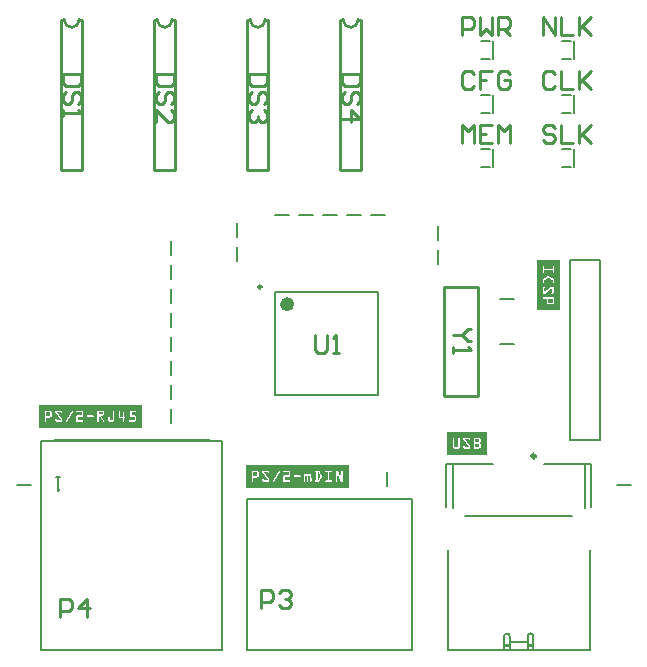
<source format=gto>
%FSAX24Y24*%
%MOIN*%
G70*
G01*
G75*
G04 Layer_Color=65535*
%ADD10R,0.0472X0.0551*%
%ADD11R,0.0551X0.0472*%
%ADD12O,0.0217X0.0689*%
%ADD13O,0.0689X0.0217*%
%ADD14R,0.0433X0.0669*%
%ADD15C,0.0150*%
%ADD16C,0.0100*%
%ADD17C,0.0200*%
%ADD18C,0.0472*%
%ADD19C,0.1181*%
%ADD20C,0.0669*%
%ADD21C,0.1378*%
%ADD22C,0.0630*%
%ADD23R,0.0600X0.0600*%
%ADD24C,0.0600*%
%ADD25R,0.0591X0.0591*%
%ADD26C,0.0591*%
%ADD27C,0.0394*%
%ADD28C,0.0551*%
%ADD29C,0.0500*%
%ADD30R,0.0236X0.0453*%
%ADD31C,0.0118*%
%ADD32C,0.0079*%
%ADD33C,0.0236*%
%ADD34C,0.0098*%
%ADD35C,0.0050*%
G36*
X033344Y028900D02*
X029900D01*
Y029676D01*
X033344D01*
Y028900D01*
D02*
G37*
G36*
X047276Y032811D02*
X046500D01*
Y034500D01*
X047276D01*
Y032811D01*
D02*
G37*
G36*
X044840Y028000D02*
X043500D01*
Y028776D01*
X044840D01*
Y028000D01*
D02*
G37*
G36*
X040238Y026900D02*
X036800D01*
Y027676D01*
X040238D01*
Y026900D01*
D02*
G37*
%LPC*%
G36*
X039666Y027476D02*
X039473D01*
X039469Y027475D01*
X039466Y027474D01*
X039461Y027472D01*
X039457Y027469D01*
X039456Y027469D01*
X039456Y027468D01*
X039453Y027465D01*
X039452Y027462D01*
X039450Y027457D01*
Y027455D01*
X039449Y027453D01*
Y027452D01*
Y027451D01*
X039450Y027447D01*
X039451Y027445D01*
X039453Y027439D01*
X039455Y027436D01*
X039456Y027435D01*
Y027435D01*
X039459Y027432D01*
X039462Y027431D01*
X039467Y027429D01*
X039469Y027428D01*
X039471Y027428D01*
X039545D01*
Y027147D01*
X039469D01*
X039466Y027146D01*
X039461Y027144D01*
X039457Y027142D01*
X039456Y027141D01*
X039456Y027140D01*
X039453Y027137D01*
X039452Y027135D01*
X039450Y027129D01*
Y027127D01*
X039449Y027125D01*
Y027124D01*
Y027123D01*
X039450Y027120D01*
X039451Y027116D01*
X039453Y027111D01*
X039455Y027108D01*
X039456Y027107D01*
Y027106D01*
X039459Y027104D01*
X039462Y027103D01*
X039467Y027101D01*
X039469D01*
X039471Y027100D01*
X039665D01*
X039668Y027101D01*
X039671Y027101D01*
X039676Y027104D01*
X039680Y027105D01*
X039680Y027106D01*
X039681D01*
X039683Y027109D01*
X039686Y027112D01*
X039687Y027118D01*
X039688Y027120D01*
X039689Y027122D01*
Y027123D01*
Y027123D01*
Y027127D01*
X039687Y027130D01*
X039685Y027136D01*
X039683Y027139D01*
X039682Y027140D01*
X039682Y027140D01*
X039679Y027143D01*
X039676Y027144D01*
X039671Y027147D01*
X039668D01*
X039666Y027147D01*
X039593D01*
Y027428D01*
X039665D01*
X039668Y027428D01*
X039671Y027429D01*
X039676Y027431D01*
X039680Y027433D01*
X039680Y027435D01*
X039681D01*
X039683Y027438D01*
X039686Y027440D01*
X039687Y027446D01*
X039688Y027448D01*
X039689Y027450D01*
Y027451D01*
Y027452D01*
X039688Y027455D01*
X039687Y027458D01*
X039685Y027463D01*
X039682Y027467D01*
X039682Y027467D01*
X039681Y027468D01*
X039678Y027470D01*
X039676Y027473D01*
X039671Y027474D01*
X039668Y027475D01*
X039666Y027476D01*
D02*
G37*
G36*
X039219D02*
X039122D01*
X039118Y027475D01*
X039115Y027474D01*
X039110Y027472D01*
X039106Y027469D01*
X039105Y027469D01*
X039105Y027468D01*
X039102Y027465D01*
X039101Y027463D01*
X039099Y027457D01*
Y027455D01*
X039098Y027453D01*
Y027452D01*
Y027452D01*
X039099Y027448D01*
X039100Y027445D01*
X039102Y027439D01*
X039104Y027436D01*
X039105Y027435D01*
Y027435D01*
X039108Y027432D01*
X039111Y027431D01*
X039117Y027429D01*
X039119Y027428D01*
X039121Y027428D01*
X039147D01*
Y027148D01*
X039122D01*
X039118Y027147D01*
X039115Y027147D01*
X039110Y027144D01*
X039106Y027142D01*
X039105Y027141D01*
X039105Y027140D01*
X039102Y027137D01*
X039101Y027135D01*
X039099Y027129D01*
Y027127D01*
X039098Y027125D01*
Y027124D01*
Y027123D01*
X039099Y027120D01*
X039100Y027117D01*
X039102Y027112D01*
X039104Y027108D01*
X039105Y027108D01*
Y027107D01*
X039108Y027105D01*
X039111Y027103D01*
X039116Y027101D01*
X039118Y027101D01*
X039120Y027100D01*
X039212D01*
X039220Y027101D01*
X039227Y027102D01*
X039234Y027104D01*
X039239Y027105D01*
X039244Y027107D01*
X039248Y027109D01*
X039250Y027110D01*
X039251Y027111D01*
X039256Y027115D01*
X039262Y027120D01*
X039266Y027125D01*
X039270Y027129D01*
X039273Y027133D01*
X039275Y027137D01*
X039276Y027139D01*
X039277Y027140D01*
X039324Y027233D01*
X039328Y027243D01*
X039332Y027253D01*
X039335Y027263D01*
X039336Y027271D01*
X039338Y027277D01*
X039338Y027283D01*
Y027286D01*
Y027287D01*
X039338Y027297D01*
X039336Y027307D01*
X039334Y027316D01*
X039332Y027324D01*
X039329Y027331D01*
X039327Y027336D01*
X039325Y027339D01*
X039325Y027340D01*
X039278Y027435D01*
X039274Y027441D01*
X039270Y027446D01*
X039266Y027452D01*
X039262Y027456D01*
X039258Y027459D01*
X039255Y027461D01*
X039253Y027463D01*
X039252Y027463D01*
X039246Y027467D01*
X039239Y027470D01*
X039233Y027472D01*
X039228Y027474D01*
X039223Y027475D01*
X039219Y027476D01*
D02*
G37*
G36*
X038244D02*
X038067D01*
X038064Y027474D01*
X038058Y027472D01*
X038055Y027470D01*
X038054Y027469D01*
X038054Y027469D01*
X038051Y027466D01*
X038050Y027463D01*
X038048Y027457D01*
Y027455D01*
X038047Y027453D01*
Y027452D01*
Y027452D01*
X038048Y027448D01*
X038048Y027445D01*
X038051Y027439D01*
X038052Y027436D01*
X038054Y027435D01*
Y027435D01*
X038057Y027432D01*
X038059Y027431D01*
X038065Y027429D01*
X038067D01*
X038069Y027428D01*
X038241D01*
Y027312D01*
X038096D01*
X038089Y027312D01*
X038083Y027310D01*
X038077Y027308D01*
X038072Y027305D01*
X038068Y027302D01*
X038065Y027300D01*
X038064Y027298D01*
X038063Y027298D01*
X038058Y027292D01*
X038055Y027287D01*
X038052Y027281D01*
X038051Y027276D01*
X038049Y027271D01*
X038049Y027267D01*
Y027265D01*
Y027264D01*
Y027100D01*
X038265D01*
X038269Y027101D01*
X038272Y027101D01*
X038277Y027104D01*
X038281Y027105D01*
X038281Y027106D01*
X038282D01*
X038284Y027109D01*
X038286Y027112D01*
X038288Y027118D01*
X038289Y027120D01*
X038289Y027122D01*
Y027123D01*
Y027123D01*
X038289Y027127D01*
X038288Y027130D01*
X038286Y027136D01*
X038283Y027139D01*
X038282Y027140D01*
X038282Y027140D01*
X038279Y027143D01*
X038276Y027144D01*
X038271Y027147D01*
X038269D01*
X038267Y027147D01*
X038096D01*
Y027264D01*
X038241D01*
X038248Y027265D01*
X038254Y027267D01*
X038260Y027268D01*
X038265Y027271D01*
X038269Y027274D01*
X038272Y027276D01*
X038274Y027277D01*
X038275Y027278D01*
X038279Y027283D01*
X038283Y027289D01*
X038286Y027295D01*
X038288Y027301D01*
X038289Y027305D01*
X038289Y027309D01*
Y027311D01*
Y027312D01*
Y027428D01*
X038289Y027435D01*
X038287Y027441D01*
X038285Y027447D01*
X038282Y027452D01*
X038279Y027456D01*
X038277Y027459D01*
X038275Y027461D01*
X038275Y027462D01*
X038269Y027466D01*
X038264Y027470D01*
X038258Y027472D01*
X038252Y027474D01*
X038248Y027475D01*
X038244Y027476D01*
D02*
G37*
G36*
X040016D02*
X040015D01*
X040011Y027475D01*
X040007Y027474D01*
X040002Y027472D01*
X039999Y027469D01*
X039998Y027469D01*
X039998Y027468D01*
X039995Y027465D01*
X039993Y027462D01*
X039992Y027457D01*
X039991Y027455D01*
X039991Y027453D01*
Y027452D01*
Y027451D01*
Y027185D01*
X039861Y027476D01*
X039799D01*
Y027123D01*
X039799Y027120D01*
X039800Y027116D01*
X039802Y027111D01*
X039804Y027108D01*
X039805Y027107D01*
Y027106D01*
X039808Y027104D01*
X039811Y027103D01*
X039816Y027101D01*
X039819D01*
X039820Y027100D01*
X039822D01*
X039826Y027101D01*
X039829Y027101D01*
X039834Y027104D01*
X039838Y027105D01*
X039838Y027106D01*
X039839D01*
X039841Y027109D01*
X039843Y027112D01*
X039845Y027118D01*
Y027120D01*
X039846Y027122D01*
Y027123D01*
Y027123D01*
Y027391D01*
X039975Y027100D01*
X040038D01*
Y027451D01*
Y027455D01*
X040037Y027458D01*
X040035Y027463D01*
X040033Y027467D01*
X040032Y027467D01*
X040031Y027468D01*
X040029Y027470D01*
X040026Y027473D01*
X040020Y027474D01*
X040018Y027475D01*
X040016Y027476D01*
D02*
G37*
G36*
X037531D02*
X037403D01*
X037395Y027475D01*
X037388Y027473D01*
X037381Y027470D01*
X037376Y027467D01*
X037371Y027464D01*
X037368Y027462D01*
X037366Y027460D01*
X037365Y027459D01*
X037360Y027453D01*
X037356Y027446D01*
X037353Y027440D01*
X037351Y027434D01*
X037350Y027429D01*
X037349Y027424D01*
Y027422D01*
Y027421D01*
X037350Y027414D01*
X037351Y027407D01*
X037353Y027401D01*
X037356Y027396D01*
X037357Y027392D01*
X037360Y027388D01*
X037361Y027386D01*
X037362Y027385D01*
X037538Y027160D01*
X037541Y027157D01*
X037542Y027155D01*
X037542Y027154D01*
Y027153D01*
X037542Y027151D01*
X037541Y027150D01*
X037538Y027148D01*
X037535Y027147D01*
X037415D01*
X037410Y027148D01*
X037405Y027150D01*
X037403Y027151D01*
X037402Y027152D01*
X037399Y027156D01*
X037398Y027160D01*
X037397Y027164D01*
Y027164D01*
Y027165D01*
Y027168D01*
X037396Y027171D01*
X037394Y027177D01*
X037391Y027180D01*
X037391Y027181D01*
X037390Y027181D01*
X037387Y027184D01*
X037385Y027185D01*
X037380Y027188D01*
X037377D01*
X037376Y027188D01*
X037370D01*
X037366Y027187D01*
X037360Y027184D01*
X037355Y027180D01*
X037352Y027175D01*
X037350Y027170D01*
X037350Y027166D01*
X037349Y027163D01*
Y027162D01*
Y027161D01*
X037350Y027153D01*
X037352Y027145D01*
X037355Y027138D01*
X037359Y027132D01*
X037362Y027127D01*
X037365Y027123D01*
X037367Y027120D01*
X037368Y027119D01*
X037375Y027113D01*
X037383Y027108D01*
X037390Y027105D01*
X037397Y027102D01*
X037403Y027101D01*
X037408Y027101D01*
X037411Y027100D01*
X037541D01*
X037548Y027101D01*
X037554Y027102D01*
X037560Y027105D01*
X037565Y027108D01*
X037569Y027111D01*
X037572Y027113D01*
X037574Y027115D01*
X037575Y027116D01*
X037580Y027122D01*
X037584Y027129D01*
X037587Y027135D01*
X037589Y027141D01*
X037590Y027146D01*
X037591Y027150D01*
Y027152D01*
Y027153D01*
X037590Y027160D01*
X037589Y027167D01*
X037587Y027173D01*
X037584Y027178D01*
X037582Y027182D01*
X037580Y027185D01*
X037579Y027188D01*
X037578Y027188D01*
X037401Y027414D01*
X037399Y027416D01*
X037398Y027419D01*
X037397Y027421D01*
Y027421D01*
X037398Y027423D01*
X037398Y027425D01*
X037401Y027426D01*
X037404Y027427D01*
X037524D01*
X037528Y027426D01*
X037532Y027425D01*
X037535Y027422D01*
X037538Y027419D01*
X037540Y027416D01*
X037541Y027414D01*
X037542Y027412D01*
Y027412D01*
X037543Y027407D01*
X037545Y027402D01*
X037546Y027399D01*
X037548Y027396D01*
X037549Y027394D01*
X037550Y027392D01*
X037550Y027391D01*
X037553Y027390D01*
X037555Y027388D01*
X037561Y027387D01*
X037563D01*
X037566Y027386D01*
X037567D01*
X037570Y027387D01*
X037574Y027387D01*
X037579Y027390D01*
X037582Y027392D01*
X037583Y027393D01*
X037583D01*
X037586Y027396D01*
X037588Y027399D01*
X037590Y027404D01*
X037590Y027407D01*
X037591Y027408D01*
Y027409D01*
Y027410D01*
X037590Y027420D01*
X037588Y027429D01*
X037584Y027436D01*
X037581Y027443D01*
X037577Y027449D01*
X037574Y027453D01*
X037572Y027456D01*
X037570Y027456D01*
X037563Y027463D01*
X037555Y027467D01*
X037548Y027471D01*
X037541Y027473D01*
X037535Y027474D01*
X037531Y027476D01*
D02*
G37*
G36*
X038935Y027373D02*
X038932D01*
X038922Y027371D01*
X038912Y027369D01*
X038904Y027365D01*
X038897Y027360D01*
X038891Y027356D01*
X038886Y027352D01*
X038883Y027349D01*
X038882Y027348D01*
X038874Y027356D01*
X038867Y027362D01*
X038859Y027367D01*
X038852Y027370D01*
X038845Y027371D01*
X038840Y027372D01*
X038836Y027373D01*
X038835D01*
X038826Y027372D01*
X038818Y027370D01*
X038811Y027367D01*
X038804Y027363D01*
X038799Y027360D01*
X038795Y027357D01*
X038792Y027354D01*
X038791Y027354D01*
X038789Y027360D01*
X038785Y027365D01*
X038781Y027368D01*
X038777Y027370D01*
X038774Y027371D01*
X038770Y027373D01*
X038764D01*
X038760Y027371D01*
X038755Y027369D01*
X038751Y027367D01*
X038751Y027366D01*
X038750Y027366D01*
X038748Y027363D01*
X038747Y027360D01*
X038744Y027354D01*
Y027352D01*
X038744Y027350D01*
Y027349D01*
Y027349D01*
Y027123D01*
X038744Y027120D01*
X038745Y027117D01*
X038747Y027112D01*
X038750Y027108D01*
X038751Y027108D01*
Y027107D01*
X038754Y027105D01*
X038757Y027103D01*
X038762Y027101D01*
X038764Y027101D01*
X038766Y027100D01*
X038768D01*
X038771Y027101D01*
X038774Y027101D01*
X038780Y027104D01*
X038783Y027106D01*
X038784Y027107D01*
X038784D01*
X038787Y027110D01*
X038788Y027112D01*
X038791Y027118D01*
Y027120D01*
X038791Y027122D01*
Y027123D01*
Y027123D01*
Y027292D01*
X038825Y027321D01*
X038828Y027323D01*
X038832Y027324D01*
X038834Y027325D01*
X038835D01*
X038838Y027324D01*
X038840Y027323D01*
X038843Y027321D01*
X038844Y027319D01*
X038845Y027314D01*
Y027313D01*
Y027312D01*
Y027123D01*
X038846Y027120D01*
X038846Y027116D01*
X038849Y027111D01*
X038851Y027108D01*
X038852Y027107D01*
Y027106D01*
X038855Y027104D01*
X038857Y027103D01*
X038863Y027101D01*
X038865D01*
X038867Y027100D01*
X038868D01*
X038872Y027101D01*
X038876Y027101D01*
X038881Y027104D01*
X038884Y027105D01*
X038885Y027106D01*
X038885D01*
X038888Y027109D01*
X038890Y027112D01*
X038892Y027118D01*
Y027119D01*
X038892Y027121D01*
Y027122D01*
Y027123D01*
Y027297D01*
X038921Y027320D01*
X038924Y027323D01*
X038928Y027324D01*
X038930Y027325D01*
X038930D01*
X038933Y027324D01*
X038936Y027322D01*
X038938Y027319D01*
X038939Y027317D01*
X038940Y027314D01*
X038940Y027311D01*
Y027309D01*
Y027309D01*
X038946Y027123D01*
X038947Y027120D01*
X038947Y027117D01*
X038950Y027112D01*
X038952Y027108D01*
X038953Y027108D01*
Y027107D01*
X038956Y027105D01*
X038959Y027103D01*
X038964Y027101D01*
X038967Y027101D01*
X038969Y027100D01*
X038970D01*
X038974Y027101D01*
X038977Y027101D01*
X038982Y027104D01*
X038985Y027106D01*
X038986Y027107D01*
X038987D01*
X038989Y027110D01*
X038991Y027112D01*
X038993Y027118D01*
X038994Y027120D01*
X038994Y027122D01*
Y027123D01*
Y027123D01*
X038987Y027317D01*
X038986Y027326D01*
X038984Y027333D01*
X038981Y027340D01*
X038978Y027346D01*
X038975Y027350D01*
X038972Y027354D01*
X038970Y027356D01*
X038970Y027357D01*
X038963Y027362D01*
X038957Y027366D01*
X038950Y027369D01*
X038945Y027371D01*
X038939Y027372D01*
X038935Y027373D01*
D02*
G37*
G36*
X038617Y027314D02*
X038420D01*
X038416Y027312D01*
X038411Y027310D01*
X038408Y027308D01*
X038407Y027307D01*
X038406Y027307D01*
X038404Y027304D01*
X038403Y027301D01*
X038400Y027295D01*
Y027293D01*
X038400Y027291D01*
Y027290D01*
Y027290D01*
Y027268D01*
X038400Y027265D01*
X038401Y027261D01*
X038403Y027256D01*
X038405Y027253D01*
X038406Y027252D01*
Y027252D01*
X038409Y027249D01*
X038412Y027247D01*
X038417Y027246D01*
X038420Y027245D01*
X038422Y027245D01*
X038615D01*
X038619Y027245D01*
X038622Y027246D01*
X038627Y027248D01*
X038631Y027250D01*
X038632Y027252D01*
X038632D01*
X038634Y027254D01*
X038636Y027257D01*
X038639Y027263D01*
Y027265D01*
X038639Y027267D01*
Y027268D01*
Y027268D01*
Y027290D01*
X038639Y027293D01*
X038638Y027297D01*
X038636Y027302D01*
X038633Y027305D01*
X038632Y027307D01*
X038632D01*
X038629Y027309D01*
X038626Y027311D01*
X038620Y027313D01*
X038618D01*
X038617Y027314D01*
D02*
G37*
G36*
X043918Y028576D02*
X043916D01*
X043913Y028575D01*
X043909Y028574D01*
X043904Y028572D01*
X043901Y028569D01*
X043900Y028569D01*
X043899Y028568D01*
X043897Y028565D01*
X043896Y028562D01*
X043894Y028557D01*
Y028555D01*
X043893Y028553D01*
Y028552D01*
Y028551D01*
Y028271D01*
Y028267D01*
X043892Y028264D01*
X043890Y028259D01*
X043887Y028256D01*
X043887Y028255D01*
X043886Y028254D01*
X043883Y028252D01*
X043880Y028251D01*
X043875Y028249D01*
X043873D01*
X043871Y028248D01*
X043771D01*
X043767Y028249D01*
X043764Y028249D01*
X043759Y028251D01*
X043756Y028253D01*
X043755Y028254D01*
X043754D01*
X043752Y028257D01*
X043750Y028260D01*
X043749Y028266D01*
X043748Y028267D01*
X043747Y028269D01*
Y028270D01*
Y028271D01*
Y028552D01*
X043747Y028555D01*
X043746Y028558D01*
X043744Y028563D01*
X043741Y028567D01*
X043740Y028567D01*
X043740Y028568D01*
X043737Y028570D01*
X043735Y028573D01*
X043729Y028574D01*
X043727Y028575D01*
X043725Y028576D01*
X043723D01*
X043720Y028575D01*
X043717Y028574D01*
X043712Y028572D01*
X043708Y028569D01*
X043708Y028569D01*
X043707Y028568D01*
X043705Y028565D01*
X043703Y028562D01*
X043701Y028557D01*
X043701Y028555D01*
X043700Y028553D01*
Y028552D01*
Y028551D01*
Y028271D01*
X043701Y028260D01*
X043704Y028251D01*
X043706Y028242D01*
X043711Y028235D01*
X043714Y028229D01*
X043718Y028224D01*
X043720Y028222D01*
X043720Y028220D01*
X043729Y028213D01*
X043737Y028209D01*
X043746Y028205D01*
X043754Y028202D01*
X043761Y028201D01*
X043767Y028201D01*
X043768Y028200D01*
X043868D01*
X043879Y028201D01*
X043889Y028204D01*
X043897Y028206D01*
X043905Y028211D01*
X043911Y028215D01*
X043915Y028218D01*
X043918Y028220D01*
X043919Y028221D01*
X043926Y028229D01*
X043931Y028238D01*
X043935Y028246D01*
X043938Y028254D01*
X043939Y028261D01*
X043940Y028267D01*
X043940Y028270D01*
Y028271D01*
Y028271D01*
Y028551D01*
Y028555D01*
X043939Y028558D01*
X043937Y028563D01*
X043935Y028567D01*
X043934Y028567D01*
X043933Y028568D01*
X043930Y028570D01*
X043928Y028573D01*
X043922Y028574D01*
X043920Y028575D01*
X043918Y028576D01*
D02*
G37*
G36*
X044549D02*
X044400D01*
Y028200D01*
X044545D01*
X044552Y028201D01*
X044559Y028201D01*
X044572Y028205D01*
X044583Y028209D01*
X044593Y028214D01*
X044601Y028219D01*
X044607Y028224D01*
X044609Y028226D01*
X044611Y028227D01*
X044611Y028227D01*
X044612Y028228D01*
X044617Y028233D01*
X044621Y028239D01*
X044628Y028250D01*
X044633Y028262D01*
X044637Y028273D01*
X044639Y028281D01*
X044640Y028285D01*
Y028289D01*
X044640Y028292D01*
Y028294D01*
Y028295D01*
Y028295D01*
Y028316D01*
X044640Y028323D01*
X044639Y028331D01*
X044635Y028345D01*
X044630Y028357D01*
X044624Y028367D01*
X044618Y028376D01*
X044615Y028380D01*
X044613Y028383D01*
X044610Y028385D01*
X044608Y028387D01*
X044608Y028387D01*
X044607Y028388D01*
X044613Y028394D01*
X044618Y028399D01*
X044623Y028405D01*
X044626Y028412D01*
X044632Y028423D01*
X044636Y028435D01*
X044638Y028445D01*
X044639Y028449D01*
X044640Y028453D01*
X044640Y028456D01*
Y028458D01*
Y028459D01*
Y028460D01*
Y028480D01*
X044640Y028487D01*
X044639Y028494D01*
X044636Y028507D01*
X044631Y028519D01*
X044626Y028529D01*
X044621Y028536D01*
X044617Y028542D01*
X044614Y028545D01*
X044613Y028546D01*
X044613Y028547D01*
X044612Y028547D01*
X044607Y028552D01*
X044601Y028557D01*
X044590Y028564D01*
X044579Y028569D01*
X044568Y028572D01*
X044559Y028574D01*
X044555Y028575D01*
X044551D01*
X044549Y028576D01*
D02*
G37*
G36*
X047053Y034300D02*
X047051D01*
X047047Y034299D01*
X047045Y034299D01*
X047039Y034296D01*
X047036Y034295D01*
X047035Y034294D01*
X047035D01*
X047032Y034291D01*
X047031Y034288D01*
X047029Y034282D01*
X047028Y034280D01*
X047028Y034278D01*
Y034277D01*
Y034277D01*
Y034204D01*
X046747D01*
Y034277D01*
Y034280D01*
X046746Y034284D01*
X046744Y034289D01*
X046742Y034292D01*
X046741Y034293D01*
X046740Y034294D01*
X046737Y034296D01*
X046735Y034297D01*
X046729Y034299D01*
X046727D01*
X046725Y034300D01*
X046723D01*
X046720Y034299D01*
X046716Y034299D01*
X046711Y034296D01*
X046708Y034295D01*
X046707Y034294D01*
X046706D01*
X046704Y034291D01*
X046703Y034288D01*
X046701Y034282D01*
Y034280D01*
X046700Y034278D01*
Y034277D01*
Y034277D01*
Y034085D01*
X046701Y034081D01*
X046701Y034078D01*
X046704Y034073D01*
X046705Y034070D01*
X046706Y034069D01*
Y034068D01*
X046709Y034066D01*
X046712Y034064D01*
X046718Y034062D01*
X046720Y034061D01*
X046722Y034061D01*
X046727D01*
X046730Y034062D01*
X046736Y034064D01*
X046739Y034067D01*
X046740Y034067D01*
X046740Y034068D01*
X046743Y034071D01*
X046744Y034074D01*
X046747Y034079D01*
Y034081D01*
X046747Y034083D01*
Y034084D01*
Y034085D01*
Y034157D01*
X047028D01*
Y034085D01*
X047028Y034081D01*
X047029Y034078D01*
X047031Y034073D01*
X047033Y034070D01*
X047035Y034069D01*
Y034068D01*
X047038Y034066D01*
X047040Y034064D01*
X047046Y034062D01*
X047048Y034061D01*
X047050Y034061D01*
X047052D01*
X047055Y034061D01*
X047058Y034062D01*
X047063Y034064D01*
X047067Y034067D01*
X047067Y034068D01*
X047068Y034068D01*
X047070Y034071D01*
X047073Y034074D01*
X047074Y034079D01*
X047075Y034081D01*
X047076Y034083D01*
Y034084D01*
Y034085D01*
Y034277D01*
X047075Y034280D01*
X047074Y034284D01*
X047072Y034289D01*
X047069Y034292D01*
X047069Y034293D01*
X047068Y034294D01*
X047065Y034296D01*
X047062Y034297D01*
X047057Y034299D01*
X047055D01*
X047053Y034300D01*
D02*
G37*
G36*
X044232Y028576D02*
X044104D01*
X044095Y028575D01*
X044088Y028573D01*
X044082Y028570D01*
X044076Y028567D01*
X044072Y028564D01*
X044069Y028562D01*
X044066Y028560D01*
X044066Y028559D01*
X044060Y028553D01*
X044056Y028546D01*
X044054Y028540D01*
X044052Y028534D01*
X044050Y028529D01*
X044050Y028524D01*
Y028522D01*
Y028521D01*
X044050Y028514D01*
X044052Y028507D01*
X044054Y028501D01*
X044056Y028496D01*
X044058Y028492D01*
X044060Y028488D01*
X044062Y028486D01*
X044062Y028485D01*
X044239Y028260D01*
X044241Y028257D01*
X044242Y028255D01*
X044243Y028254D01*
Y028253D01*
X044242Y028251D01*
X044242Y028250D01*
X044239Y028248D01*
X044236Y028247D01*
X044116D01*
X044111Y028248D01*
X044106Y028250D01*
X044104Y028251D01*
X044102Y028252D01*
X044100Y028256D01*
X044098Y028260D01*
X044098Y028264D01*
Y028264D01*
Y028265D01*
Y028268D01*
X044097Y028271D01*
X044094Y028277D01*
X044092Y028280D01*
X044091Y028281D01*
X044091Y028281D01*
X044088Y028284D01*
X044086Y028285D01*
X044080Y028288D01*
X044078D01*
X044076Y028288D01*
X044070D01*
X044066Y028287D01*
X044060Y028284D01*
X044056Y028280D01*
X044053Y028275D01*
X044051Y028270D01*
X044050Y028266D01*
X044050Y028263D01*
Y028262D01*
Y028261D01*
X044050Y028253D01*
X044053Y028245D01*
X044056Y028238D01*
X044059Y028232D01*
X044063Y028227D01*
X044066Y028223D01*
X044068Y028220D01*
X044069Y028219D01*
X044076Y028213D01*
X044083Y028208D01*
X044091Y028205D01*
X044098Y028202D01*
X044104Y028201D01*
X044109Y028201D01*
X044112Y028200D01*
X044241D01*
X044248Y028201D01*
X044255Y028202D01*
X044260Y028205D01*
X044266Y028208D01*
X044270Y028211D01*
X044273Y028213D01*
X044275Y028215D01*
X044276Y028216D01*
X044281Y028222D01*
X044285Y028229D01*
X044287Y028235D01*
X044290Y028241D01*
X044291Y028246D01*
X044291Y028250D01*
Y028252D01*
Y028253D01*
X044291Y028260D01*
X044290Y028267D01*
X044287Y028273D01*
X044285Y028278D01*
X044283Y028282D01*
X044280Y028285D01*
X044279Y028288D01*
X044279Y028288D01*
X044101Y028514D01*
X044100Y028516D01*
X044098Y028519D01*
X044098Y028521D01*
Y028521D01*
X044098Y028523D01*
X044099Y028525D01*
X044102Y028526D01*
X044105Y028527D01*
X044224D01*
X044229Y028526D01*
X044233Y028525D01*
X044236Y028522D01*
X044239Y028519D01*
X044241Y028516D01*
X044242Y028514D01*
X044242Y028512D01*
Y028512D01*
X044244Y028507D01*
X044246Y028502D01*
X044247Y028499D01*
X044249Y028496D01*
X044249Y028494D01*
X044250Y028493D01*
X044251Y028491D01*
X044253Y028490D01*
X044256Y028488D01*
X044262Y028487D01*
X044264D01*
X044266Y028486D01*
X044268D01*
X044271Y028487D01*
X044274Y028487D01*
X044279Y028490D01*
X044283Y028492D01*
X044283Y028493D01*
X044284D01*
X044286Y028496D01*
X044289Y028499D01*
X044290Y028504D01*
X044291Y028507D01*
X044291Y028508D01*
Y028509D01*
Y028510D01*
X044291Y028520D01*
X044289Y028529D01*
X044285Y028536D01*
X044281Y028543D01*
X044277Y028549D01*
X044274Y028553D01*
X044272Y028556D01*
X044271Y028556D01*
X044263Y028563D01*
X044256Y028567D01*
X044248Y028571D01*
X044242Y028573D01*
X044236Y028574D01*
X044232Y028576D01*
D02*
G37*
G36*
X037921Y027476D02*
X037919D01*
X037916Y027475D01*
X037913Y027474D01*
X037908Y027472D01*
X037906Y027469D01*
X037904Y027469D01*
Y027468D01*
X037711Y027141D01*
X037708Y027134D01*
X037707Y027128D01*
Y027126D01*
X037706Y027124D01*
Y027123D01*
Y027122D01*
X037707Y027119D01*
X037707Y027115D01*
X037710Y027111D01*
X037713Y027107D01*
X037713Y027106D01*
X037714Y027106D01*
X037720Y027102D01*
X037725Y027101D01*
X037728D01*
X037729Y027100D01*
X037731D01*
X037735Y027101D01*
X037738Y027101D01*
X037742Y027104D01*
X037745Y027106D01*
X037746Y027107D01*
X037938Y027434D01*
X037941Y027438D01*
X037942Y027441D01*
X037944Y027447D01*
Y027450D01*
X037945Y027452D01*
Y027453D01*
Y027453D01*
X037944Y027457D01*
X037944Y027460D01*
X037941Y027465D01*
X037938Y027468D01*
X037937Y027469D01*
X037937D01*
X037934Y027471D01*
X037930Y027473D01*
X037925Y027475D01*
X037923D01*
X037921Y027476D01*
D02*
G37*
G36*
X037170D02*
X037000D01*
Y027123D01*
X037001Y027120D01*
X037001Y027116D01*
X037004Y027111D01*
X037006Y027108D01*
X037007Y027107D01*
Y027106D01*
X037010Y027104D01*
X037013Y027103D01*
X037018Y027101D01*
X037020D01*
X037022Y027100D01*
X037024D01*
X037027Y027101D01*
X037031Y027101D01*
X037036Y027104D01*
X037040Y027105D01*
X037040Y027106D01*
X037041D01*
X037043Y027109D01*
X037045Y027112D01*
X037047Y027118D01*
Y027120D01*
X037048Y027122D01*
Y027123D01*
Y027123D01*
Y027243D01*
X037168D01*
X037179Y027245D01*
X037189Y027247D01*
X037198Y027250D01*
X037205Y027254D01*
X037211Y027257D01*
X037216Y027261D01*
X037218Y027263D01*
X037219Y027264D01*
X037226Y027272D01*
X037232Y027281D01*
X037235Y027289D01*
X037238Y027297D01*
X037239Y027304D01*
X037240Y027309D01*
X037240Y027313D01*
Y027314D01*
Y027314D01*
Y027404D01*
X037239Y027414D01*
X037237Y027424D01*
X037233Y027432D01*
X037230Y027440D01*
X037226Y027446D01*
X037222Y027450D01*
X037220Y027453D01*
X037219Y027454D01*
X037211Y027461D01*
X037202Y027466D01*
X037194Y027470D01*
X037186Y027473D01*
X037179Y027474D01*
X037173Y027475D01*
X037170Y027476D01*
D02*
G37*
G36*
X046892Y033949D02*
X046887D01*
X046878Y033948D01*
X046870Y033947D01*
X046862Y033945D01*
X046855Y033944D01*
X046849Y033942D01*
X046844Y033940D01*
X046842Y033939D01*
X046840Y033938D01*
X046735Y033883D01*
X046730Y033880D01*
X046725Y033876D01*
X046721Y033872D01*
X046718Y033868D01*
X046715Y033864D01*
X046712Y033861D01*
X046711Y033859D01*
X046711Y033858D01*
X046707Y033851D01*
X046705Y033845D01*
X046702Y033839D01*
X046701Y033834D01*
X046701Y033830D01*
X046700Y033826D01*
Y033824D01*
Y033823D01*
Y033734D01*
X046701Y033731D01*
X046701Y033727D01*
X046704Y033722D01*
X046705Y033719D01*
X046706Y033718D01*
Y033717D01*
X046709Y033715D01*
X046712Y033713D01*
X046718Y033711D01*
X046720Y033710D01*
X046722Y033710D01*
X046723D01*
X046727Y033710D01*
X046730Y033711D01*
X046736Y033713D01*
X046739Y033716D01*
X046740Y033717D01*
X046740Y033717D01*
X046743Y033720D01*
X046744Y033723D01*
X046747Y033728D01*
Y033731D01*
X046747Y033733D01*
Y033734D01*
Y033734D01*
Y033820D01*
X046748Y033826D01*
X046750Y033830D01*
X046752Y033834D01*
X046754Y033837D01*
X046757Y033840D01*
X046760Y033842D01*
X046761Y033843D01*
X046762Y033843D01*
X046859Y033893D01*
X046864Y033896D01*
X046869Y033897D01*
X046878Y033899D01*
X046883D01*
X046885Y033900D01*
X046894D01*
X046899Y033899D01*
X046904Y033898D01*
X046908Y033897D01*
X046911Y033896D01*
X046914Y033895D01*
X046915Y033894D01*
X046916D01*
X047014Y033842D01*
X047019Y033839D01*
X047022Y033836D01*
X047024Y033833D01*
X047026Y033830D01*
X047027Y033827D01*
X047028Y033825D01*
Y033824D01*
Y033823D01*
Y033733D01*
X047028Y033729D01*
X047029Y033726D01*
X047031Y033720D01*
X047033Y033717D01*
X047035Y033716D01*
Y033716D01*
X047038Y033713D01*
X047040Y033711D01*
X047046Y033709D01*
X047048D01*
X047050Y033709D01*
X047055D01*
X047058Y033710D01*
X047063Y033712D01*
X047067Y033714D01*
X047067Y033715D01*
X047068Y033716D01*
X047070Y033719D01*
X047073Y033721D01*
X047074Y033727D01*
X047075Y033729D01*
X047076Y033731D01*
Y033732D01*
Y033733D01*
Y033826D01*
X047075Y033832D01*
X047074Y033838D01*
X047072Y033844D01*
X047070Y033848D01*
X047068Y033852D01*
X047066Y033856D01*
X047065Y033858D01*
X047064Y033859D01*
X047060Y033865D01*
X047056Y033869D01*
X047052Y033874D01*
X047047Y033877D01*
X047044Y033880D01*
X047041Y033882D01*
X047039Y033883D01*
X047039Y033883D01*
X046933Y033939D01*
X046926Y033943D01*
X046918Y033945D01*
X046911Y033947D01*
X046903Y033948D01*
X046897Y033948D01*
X046892Y033949D01*
D02*
G37*
G36*
X032392Y029476D02*
X032387D01*
X032384Y029474D01*
X032379Y029472D01*
X032375Y029470D01*
X032374Y029469D01*
X032374Y029469D01*
X032372Y029466D01*
X032370Y029463D01*
X032368Y029457D01*
Y029455D01*
X032367Y029453D01*
Y029452D01*
Y029452D01*
Y029171D01*
X032367Y029168D01*
X032366Y029164D01*
X032364Y029159D01*
X032361Y029156D01*
X032360Y029155D01*
X032360Y029154D01*
X032357Y029152D01*
X032354Y029151D01*
X032349Y029149D01*
X032346D01*
X032345Y029148D01*
X032294D01*
X032291Y029149D01*
X032287Y029149D01*
X032282Y029151D01*
X032279Y029153D01*
X032278Y029154D01*
X032277D01*
X032275Y029157D01*
X032273Y029160D01*
X032272Y029166D01*
X032271Y029167D01*
X032270Y029169D01*
Y029170D01*
Y029171D01*
Y029247D01*
Y029250D01*
X032269Y029254D01*
X032267Y029259D01*
X032264Y029263D01*
X032264Y029263D01*
X032263Y029264D01*
X032260Y029266D01*
X032257Y029268D01*
X032252Y029270D01*
X032250D01*
X032248Y029271D01*
X032243D01*
X032239Y029270D01*
X032234Y029267D01*
X032231Y029265D01*
X032230Y029264D01*
X032229Y029264D01*
X032227Y029261D01*
X032226Y029258D01*
X032224Y029253D01*
Y029250D01*
X032223Y029249D01*
Y029247D01*
Y029247D01*
Y029171D01*
X032224Y029161D01*
X032226Y029151D01*
X032229Y029143D01*
X032233Y029135D01*
X032238Y029129D01*
X032241Y029125D01*
X032243Y029122D01*
X032244Y029121D01*
X032252Y029114D01*
X032261Y029109D01*
X032269Y029105D01*
X032277Y029103D01*
X032284Y029101D01*
X032290Y029101D01*
X032293Y029100D01*
X032343D01*
X032353Y029101D01*
X032363Y029104D01*
X032371Y029106D01*
X032379Y029111D01*
X032384Y029114D01*
X032389Y029118D01*
X032391Y029120D01*
X032393Y029120D01*
X032400Y029129D01*
X032405Y029137D01*
X032410Y029146D01*
X032412Y029154D01*
X032414Y029161D01*
X032414Y029167D01*
X032415Y029168D01*
Y029170D01*
Y029171D01*
Y029171D01*
Y029450D01*
X032414Y029454D01*
X032414Y029457D01*
X032411Y029463D01*
X032408Y029466D01*
X032408Y029467D01*
X032407Y029467D01*
X032404Y029470D01*
X032401Y029472D01*
X032396Y029474D01*
X032394Y029475D01*
X032392Y029476D01*
D02*
G37*
G36*
X033122D02*
X032952D01*
Y029264D01*
X033096D01*
Y029147D01*
X032986D01*
X032982Y029148D01*
X032978Y029149D01*
X032975Y029150D01*
X032974Y029150D01*
X032943Y029164D01*
X032937Y029167D01*
X032931Y029168D01*
X032928Y029168D01*
X032923D01*
X032920Y029167D01*
X032916Y029165D01*
X032912Y029163D01*
X032912Y029162D01*
X032911Y029161D01*
X032909Y029158D01*
X032907Y029156D01*
X032905Y029150D01*
Y029148D01*
X032904Y029146D01*
Y029145D01*
Y029144D01*
X032905Y029139D01*
X032907Y029134D01*
X032909Y029130D01*
X032912Y029127D01*
X032914Y029125D01*
X032916Y029123D01*
X032918Y029122D01*
X032919Y029122D01*
X032955Y029107D01*
X032961Y029105D01*
X032966Y029103D01*
X032972Y029102D01*
X032976Y029101D01*
X032981Y029101D01*
X032983Y029100D01*
X033096D01*
X033103Y029101D01*
X033109Y029102D01*
X033115Y029104D01*
X033120Y029107D01*
X033124Y029109D01*
X033127Y029111D01*
X033129Y029113D01*
X033130Y029113D01*
X033134Y029119D01*
X033138Y029125D01*
X033140Y029130D01*
X033142Y029136D01*
X033143Y029140D01*
X033144Y029144D01*
Y029147D01*
Y029147D01*
Y029264D01*
X033143Y029271D01*
X033141Y029277D01*
X033139Y029283D01*
X033137Y029288D01*
X033134Y029292D01*
X033131Y029295D01*
X033130Y029297D01*
X033129Y029297D01*
X033124Y029302D01*
X033118Y029305D01*
X033112Y029308D01*
X033107Y029310D01*
X033103Y029311D01*
X033099Y029312D01*
X033000D01*
Y029428D01*
X033120D01*
X033123Y029429D01*
X033127Y029429D01*
X033132Y029432D01*
X033136Y029433D01*
X033136Y029435D01*
X033137D01*
X033139Y029438D01*
X033141Y029440D01*
X033143Y029446D01*
Y029448D01*
X033144Y029450D01*
Y029451D01*
Y029452D01*
X033143Y029455D01*
X033143Y029458D01*
X033140Y029463D01*
X033137Y029467D01*
X033137Y029467D01*
X033136Y029468D01*
X033133Y029470D01*
X033131Y029473D01*
X033126Y029474D01*
X033123Y029475D01*
X033122Y029476D01*
D02*
G37*
G36*
X032587Y029476D02*
X032586D01*
X032582Y029476D01*
X032579Y029475D01*
X032573Y029473D01*
X032570Y029470D01*
X032569Y029469D01*
X032569Y029469D01*
X032566Y029466D01*
X032565Y029463D01*
X032563Y029457D01*
X032562Y029455D01*
X032562Y029453D01*
Y029452D01*
Y029452D01*
Y029223D01*
X032705D01*
Y029123D01*
X032706Y029120D01*
X032706Y029116D01*
X032709Y029111D01*
X032710Y029108D01*
X032711Y029107D01*
Y029106D01*
X032714Y029104D01*
X032717Y029103D01*
X032723Y029101D01*
X032725D01*
X032727Y029100D01*
X032728D01*
X032732Y029101D01*
X032735Y029101D01*
X032740Y029104D01*
X032744Y029105D01*
X032744Y029106D01*
X032745D01*
X032747Y029109D01*
X032749Y029112D01*
X032751Y029118D01*
X032752Y029120D01*
X032752Y029122D01*
Y029123D01*
Y029123D01*
Y029223D01*
X032756Y029223D01*
X032759Y029224D01*
X032765Y029226D01*
X032768Y029228D01*
X032769Y029229D01*
X032769D01*
X032772Y029232D01*
X032773Y029235D01*
X032776Y029241D01*
Y029243D01*
X032776Y029245D01*
Y029246D01*
Y029247D01*
Y029250D01*
X032775Y029254D01*
X032773Y029259D01*
X032771Y029263D01*
X032770Y029263D01*
X032769Y029264D01*
X032766Y029266D01*
X032764Y029268D01*
X032758Y029270D01*
X032756D01*
X032754Y029271D01*
X032752D01*
Y029410D01*
Y029414D01*
X032751Y029417D01*
X032749Y029422D01*
X032747Y029426D01*
X032746Y029426D01*
X032745Y029427D01*
X032742Y029429D01*
X032740Y029432D01*
X032734Y029433D01*
X032732Y029434D01*
X032730Y029435D01*
X032728D01*
X032725Y029434D01*
X032721Y029433D01*
X032716Y029431D01*
X032713Y029428D01*
X032712Y029428D01*
X032711Y029427D01*
X032709Y029424D01*
X032708Y029421D01*
X032706Y029416D01*
Y029414D01*
X032705Y029412D01*
Y029411D01*
Y029410D01*
Y029271D01*
X032610D01*
Y029452D01*
X032609Y029455D01*
X032608Y029459D01*
X032606Y029464D01*
X032603Y029467D01*
X032603Y029468D01*
X032602Y029469D01*
X032599Y029471D01*
X032597Y029473D01*
X032592Y029475D01*
X032589Y029476D01*
X032587Y029476D01*
D02*
G37*
G36*
X047076Y033251D02*
X046723D01*
X046720Y033251D01*
X046716Y033250D01*
X046711Y033248D01*
X046708Y033245D01*
X046707Y033244D01*
X046706D01*
X046704Y033241D01*
X046703Y033238D01*
X046701Y033233D01*
Y033231D01*
X046700Y033229D01*
Y033228D01*
Y033227D01*
X046701Y033224D01*
X046701Y033220D01*
X046704Y033215D01*
X046705Y033211D01*
X046706Y033211D01*
Y033210D01*
X046709Y033208D01*
X046712Y033206D01*
X046718Y033204D01*
X046720D01*
X046722Y033203D01*
X046843D01*
Y033083D01*
X046844Y033072D01*
X046847Y033062D01*
X046850Y033053D01*
X046854Y033046D01*
X046857Y033040D01*
X046861Y033035D01*
X046863Y033033D01*
X046864Y033032D01*
X046872Y033025D01*
X046881Y033019D01*
X046889Y033016D01*
X046897Y033013D01*
X046904Y033012D01*
X046909Y033011D01*
X046913Y033011D01*
X047004D01*
X047014Y033012D01*
X047024Y033014D01*
X047032Y033018D01*
X047040Y033021D01*
X047046Y033025D01*
X047050Y033029D01*
X047053Y033031D01*
X047054Y033032D01*
X047061Y033040D01*
X047066Y033049D01*
X047070Y033057D01*
X047073Y033065D01*
X047074Y033072D01*
X047075Y033078D01*
X047076Y033081D01*
Y033082D01*
Y033083D01*
Y033251D01*
D02*
G37*
G36*
X030631Y029476D02*
X030503D01*
X030495Y029475D01*
X030488Y029473D01*
X030481Y029470D01*
X030476Y029467D01*
X030471Y029464D01*
X030468Y029462D01*
X030466Y029460D01*
X030465Y029459D01*
X030460Y029453D01*
X030456Y029446D01*
X030453Y029440D01*
X030451Y029434D01*
X030450Y029429D01*
X030449Y029424D01*
Y029422D01*
Y029421D01*
X030450Y029414D01*
X030451Y029407D01*
X030453Y029401D01*
X030456Y029396D01*
X030457Y029392D01*
X030460Y029388D01*
X030461Y029386D01*
X030462Y029385D01*
X030638Y029160D01*
X030641Y029157D01*
X030642Y029155D01*
X030642Y029154D01*
Y029153D01*
X030642Y029151D01*
X030641Y029150D01*
X030638Y029148D01*
X030635Y029147D01*
X030515D01*
X030510Y029148D01*
X030505Y029150D01*
X030503Y029151D01*
X030502Y029152D01*
X030499Y029156D01*
X030498Y029160D01*
X030497Y029164D01*
Y029164D01*
Y029165D01*
Y029168D01*
X030496Y029171D01*
X030494Y029177D01*
X030491Y029180D01*
X030491Y029181D01*
X030490Y029181D01*
X030487Y029184D01*
X030485Y029185D01*
X030480Y029188D01*
X030477D01*
X030476Y029188D01*
X030470D01*
X030466Y029187D01*
X030460Y029184D01*
X030455Y029180D01*
X030452Y029175D01*
X030450Y029170D01*
X030450Y029166D01*
X030449Y029163D01*
Y029162D01*
Y029161D01*
X030450Y029153D01*
X030452Y029145D01*
X030455Y029138D01*
X030459Y029132D01*
X030462Y029127D01*
X030465Y029123D01*
X030467Y029120D01*
X030468Y029119D01*
X030475Y029113D01*
X030483Y029108D01*
X030490Y029105D01*
X030497Y029102D01*
X030503Y029101D01*
X030508Y029101D01*
X030511Y029100D01*
X030641D01*
X030648Y029101D01*
X030654Y029102D01*
X030660Y029105D01*
X030665Y029108D01*
X030669Y029111D01*
X030672Y029113D01*
X030674Y029115D01*
X030675Y029116D01*
X030680Y029122D01*
X030684Y029129D01*
X030687Y029135D01*
X030689Y029141D01*
X030690Y029146D01*
X030691Y029150D01*
Y029152D01*
Y029153D01*
X030690Y029160D01*
X030689Y029167D01*
X030687Y029173D01*
X030684Y029178D01*
X030682Y029182D01*
X030680Y029185D01*
X030679Y029188D01*
X030678Y029188D01*
X030501Y029414D01*
X030499Y029416D01*
X030498Y029419D01*
X030497Y029421D01*
Y029421D01*
X030498Y029423D01*
X030498Y029425D01*
X030501Y029426D01*
X030504Y029427D01*
X030624D01*
X030628Y029426D01*
X030632Y029425D01*
X030635Y029422D01*
X030638Y029419D01*
X030640Y029416D01*
X030641Y029414D01*
X030642Y029412D01*
Y029412D01*
X030643Y029407D01*
X030645Y029402D01*
X030646Y029399D01*
X030648Y029396D01*
X030649Y029394D01*
X030650Y029392D01*
X030650Y029391D01*
X030653Y029390D01*
X030655Y029388D01*
X030661Y029387D01*
X030663D01*
X030666Y029386D01*
X030667D01*
X030670Y029387D01*
X030674Y029387D01*
X030679Y029390D01*
X030682Y029392D01*
X030683Y029393D01*
X030683D01*
X030686Y029396D01*
X030688Y029399D01*
X030690Y029404D01*
X030690Y029407D01*
X030691Y029408D01*
Y029409D01*
Y029410D01*
X030690Y029420D01*
X030688Y029429D01*
X030684Y029436D01*
X030681Y029443D01*
X030677Y029449D01*
X030674Y029453D01*
X030672Y029456D01*
X030670Y029456D01*
X030663Y029463D01*
X030655Y029467D01*
X030648Y029471D01*
X030641Y029473D01*
X030635Y029474D01*
X030631Y029476D01*
D02*
G37*
G36*
X031717Y029314D02*
X031520D01*
X031516Y029312D01*
X031511Y029310D01*
X031508Y029308D01*
X031507Y029307D01*
X031506Y029307D01*
X031504Y029304D01*
X031503Y029301D01*
X031500Y029295D01*
Y029293D01*
X031500Y029291D01*
Y029290D01*
Y029290D01*
Y029268D01*
X031500Y029265D01*
X031501Y029261D01*
X031503Y029256D01*
X031505Y029253D01*
X031506Y029252D01*
Y029252D01*
X031509Y029249D01*
X031512Y029247D01*
X031517Y029246D01*
X031520Y029245D01*
X031522Y029244D01*
X031715D01*
X031719Y029245D01*
X031722Y029246D01*
X031727Y029248D01*
X031731Y029250D01*
X031732Y029252D01*
X031732D01*
X031734Y029254D01*
X031736Y029257D01*
X031739Y029263D01*
Y029265D01*
X031739Y029267D01*
Y029268D01*
Y029268D01*
Y029290D01*
X031739Y029293D01*
X031738Y029297D01*
X031736Y029302D01*
X031733Y029305D01*
X031732Y029307D01*
X031732D01*
X031729Y029309D01*
X031726Y029311D01*
X031720Y029313D01*
X031718D01*
X031717Y029314D01*
D02*
G37*
G36*
X032019Y029476D02*
X031850D01*
Y029123D01*
X031851Y029120D01*
X031851Y029116D01*
X031854Y029111D01*
X031856Y029108D01*
X031857Y029107D01*
Y029106D01*
X031860Y029104D01*
X031863Y029103D01*
X031868Y029101D01*
X031870D01*
X031872Y029100D01*
X031874D01*
X031877Y029101D01*
X031881Y029101D01*
X031886Y029104D01*
X031890Y029105D01*
X031890Y029106D01*
X031891D01*
X031893Y029109D01*
X031895Y029112D01*
X031897Y029118D01*
X031898Y029120D01*
X031898Y029122D01*
Y029123D01*
Y029123D01*
Y029305D01*
X031932D01*
X032044Y029112D01*
X032047Y029108D01*
X032050Y029105D01*
X032054Y029103D01*
X032057Y029102D01*
X032060Y029101D01*
X032063Y029100D01*
X032065D01*
X032069Y029101D01*
X032071Y029101D01*
X032077Y029104D01*
X032081Y029105D01*
X032081Y029106D01*
X032082D01*
X032084Y029109D01*
X032087Y029112D01*
X032088Y029118D01*
X032089Y029120D01*
X032090Y029122D01*
Y029123D01*
Y029123D01*
X032089Y029129D01*
X032087Y029133D01*
X032085Y029137D01*
X032085Y029137D01*
Y029138D01*
X031988Y029305D01*
X032018D01*
X032029Y029306D01*
X032039Y029308D01*
X032047Y029311D01*
X032054Y029315D01*
X032060Y029319D01*
X032065Y029322D01*
X032067Y029325D01*
X032069Y029326D01*
X032076Y029334D01*
X032081Y029343D01*
X032084Y029351D01*
X032087Y029359D01*
X032088Y029366D01*
X032089Y029371D01*
X032090Y029375D01*
Y029376D01*
Y029376D01*
Y029404D01*
X032088Y029414D01*
X032086Y029424D01*
X032083Y029432D01*
X032079Y029440D01*
X032075Y029446D01*
X032071Y029450D01*
X032069Y029453D01*
X032068Y029454D01*
X032060Y029461D01*
X032052Y029466D01*
X032043Y029470D01*
X032035Y029473D01*
X032028Y029474D01*
X032023Y029475D01*
X032019Y029476D01*
D02*
G37*
G36*
X031021D02*
X031019D01*
X031016Y029475D01*
X031013Y029474D01*
X031008Y029472D01*
X031006Y029469D01*
X031004Y029469D01*
Y029468D01*
X030811Y029141D01*
X030808Y029134D01*
X030807Y029128D01*
Y029126D01*
X030806Y029124D01*
Y029123D01*
Y029122D01*
X030807Y029119D01*
X030807Y029115D01*
X030810Y029111D01*
X030813Y029107D01*
X030813Y029106D01*
X030814Y029106D01*
X030820Y029102D01*
X030825Y029101D01*
X030828D01*
X030830Y029100D01*
X030831D01*
X030835Y029101D01*
X030838Y029101D01*
X030842Y029104D01*
X030845Y029106D01*
X030846Y029107D01*
X031038Y029434D01*
X031041Y029438D01*
X031042Y029441D01*
X031044Y029447D01*
Y029450D01*
X031045Y029452D01*
Y029453D01*
Y029453D01*
X031044Y029457D01*
X031044Y029460D01*
X031041Y029465D01*
X031038Y029468D01*
X031037Y029469D01*
X031037D01*
X031034Y029471D01*
X031030Y029473D01*
X031025Y029475D01*
X031023D01*
X031021Y029476D01*
D02*
G37*
G36*
X030270D02*
X030100D01*
Y029123D01*
X030101Y029120D01*
X030101Y029116D01*
X030104Y029111D01*
X030106Y029108D01*
X030107Y029107D01*
Y029106D01*
X030110Y029104D01*
X030113Y029103D01*
X030118Y029101D01*
X030120D01*
X030122Y029100D01*
X030124D01*
X030127Y029101D01*
X030131Y029101D01*
X030136Y029104D01*
X030140Y029105D01*
X030140Y029106D01*
X030141D01*
X030143Y029109D01*
X030145Y029112D01*
X030147Y029118D01*
Y029120D01*
X030148Y029122D01*
Y029123D01*
Y029123D01*
Y029243D01*
X030268D01*
X030279Y029244D01*
X030289Y029247D01*
X030298Y029250D01*
X030305Y029254D01*
X030311Y029257D01*
X030316Y029261D01*
X030318Y029263D01*
X030319Y029264D01*
X030326Y029272D01*
X030332Y029281D01*
X030335Y029289D01*
X030338Y029297D01*
X030339Y029304D01*
X030340Y029309D01*
X030340Y029313D01*
Y029314D01*
Y029314D01*
Y029404D01*
X030339Y029414D01*
X030337Y029424D01*
X030333Y029432D01*
X030330Y029440D01*
X030326Y029446D01*
X030322Y029450D01*
X030320Y029453D01*
X030319Y029454D01*
X030311Y029461D01*
X030302Y029466D01*
X030294Y029470D01*
X030286Y029473D01*
X030279Y029474D01*
X030273Y029475D01*
X030270Y029476D01*
D02*
G37*
G36*
X047024Y033602D02*
X047021D01*
X047014Y033601D01*
X047007Y033600D01*
X047001Y033597D01*
X046996Y033595D01*
X046992Y033593D01*
X046988Y033591D01*
X046986Y033590D01*
X046985Y033589D01*
X046760Y033413D01*
X046757Y033410D01*
X046755Y033409D01*
X046754Y033408D01*
X046753D01*
X046751Y033409D01*
X046750Y033410D01*
X046748Y033413D01*
X046747Y033415D01*
Y033416D01*
Y033417D01*
Y033535D01*
X046748Y033541D01*
X046750Y033545D01*
X046751Y033548D01*
X046752Y033549D01*
X046756Y033552D01*
X046760Y033553D01*
X046764Y033554D01*
X046768D01*
X046771Y033555D01*
X046777Y033557D01*
X046780Y033559D01*
X046781Y033560D01*
X046781Y033561D01*
X046784Y033563D01*
X046785Y033566D01*
X046788Y033571D01*
Y033573D01*
X046788Y033575D01*
Y033576D01*
Y033577D01*
Y033581D01*
X046787Y033585D01*
X046784Y033591D01*
X046780Y033596D01*
X046775Y033599D01*
X046770Y033600D01*
X046766Y033601D01*
X046763Y033602D01*
X046761D01*
X046753Y033601D01*
X046745Y033599D01*
X046738Y033596D01*
X046732Y033592D01*
X046727Y033589D01*
X046723Y033586D01*
X046720Y033583D01*
X046719Y033583D01*
X046713Y033576D01*
X046708Y033568D01*
X046705Y033561D01*
X046702Y033554D01*
X046701Y033548D01*
X046701Y033542D01*
X046700Y033540D01*
Y033538D01*
Y033410D01*
X046701Y033403D01*
X046702Y033397D01*
X046705Y033391D01*
X046708Y033386D01*
X046711Y033382D01*
X046713Y033379D01*
X046715Y033376D01*
X046716Y033376D01*
X046722Y033370D01*
X046729Y033366D01*
X046735Y033364D01*
X046741Y033362D01*
X046746Y033360D01*
X046750Y033360D01*
X046753D01*
X046760Y033360D01*
X046767Y033362D01*
X046773Y033364D01*
X046778Y033366D01*
X046782Y033369D01*
X046785Y033371D01*
X046788Y033372D01*
X046788Y033373D01*
X047014Y033550D01*
X047016Y033552D01*
X047019Y033553D01*
X047021Y033554D01*
X047021D01*
X047023Y033553D01*
X047025Y033552D01*
X047026Y033549D01*
X047027Y033547D01*
Y033546D01*
Y033545D01*
Y033427D01*
X047026Y033423D01*
X047025Y033418D01*
X047022Y033415D01*
X047019Y033413D01*
X047016Y033411D01*
X047014Y033410D01*
X047012Y033409D01*
X047012D01*
X047007Y033407D01*
X047002Y033406D01*
X046999Y033404D01*
X046996Y033403D01*
X046994Y033402D01*
X046993Y033401D01*
X046991Y033400D01*
X046990Y033398D01*
X046988Y033396D01*
X046987Y033390D01*
Y033387D01*
X046986Y033385D01*
Y033384D01*
Y033383D01*
X046987Y033380D01*
X046987Y033377D01*
X046990Y033372D01*
X046992Y033369D01*
X046993Y033368D01*
Y033368D01*
X046996Y033365D01*
X046999Y033363D01*
X047004Y033361D01*
X047007Y033360D01*
X047008Y033360D01*
X047010D01*
X047020Y033360D01*
X047029Y033363D01*
X047036Y033366D01*
X047043Y033370D01*
X047049Y033374D01*
X047053Y033377D01*
X047056Y033379D01*
X047056Y033380D01*
X047063Y033388D01*
X047067Y033396D01*
X047071Y033403D01*
X047073Y033410D01*
X047074Y033415D01*
X047076Y033420D01*
Y033423D01*
Y033424D01*
Y033548D01*
X047075Y033556D01*
X047073Y033563D01*
X047070Y033569D01*
X047067Y033575D01*
X047064Y033579D01*
X047062Y033583D01*
X047060Y033585D01*
X047059Y033586D01*
X047053Y033591D01*
X047046Y033595D01*
X047040Y033597D01*
X047034Y033600D01*
X047029Y033601D01*
X047024Y033602D01*
D02*
G37*
G36*
X031344Y029476D02*
X031167D01*
X031164Y029474D01*
X031158Y029472D01*
X031155Y029470D01*
X031154Y029469D01*
X031154Y029469D01*
X031151Y029466D01*
X031150Y029463D01*
X031148Y029457D01*
Y029455D01*
X031147Y029453D01*
Y029452D01*
Y029452D01*
X031148Y029448D01*
X031148Y029445D01*
X031151Y029439D01*
X031152Y029436D01*
X031154Y029435D01*
Y029435D01*
X031157Y029432D01*
X031159Y029431D01*
X031165Y029429D01*
X031167D01*
X031169Y029428D01*
X031341D01*
Y029312D01*
X031196D01*
X031189Y029312D01*
X031183Y029310D01*
X031177Y029308D01*
X031172Y029305D01*
X031168Y029302D01*
X031165Y029300D01*
X031164Y029298D01*
X031163Y029298D01*
X031158Y029292D01*
X031155Y029287D01*
X031152Y029281D01*
X031151Y029276D01*
X031149Y029271D01*
X031149Y029267D01*
Y029265D01*
Y029264D01*
Y029100D01*
X031365D01*
X031369Y029101D01*
X031372Y029101D01*
X031377Y029104D01*
X031381Y029105D01*
X031381Y029106D01*
X031382D01*
X031384Y029109D01*
X031386Y029112D01*
X031388Y029118D01*
X031389Y029120D01*
X031389Y029122D01*
Y029123D01*
Y029123D01*
X031389Y029127D01*
X031388Y029130D01*
X031386Y029136D01*
X031383Y029139D01*
X031382Y029140D01*
X031382Y029140D01*
X031379Y029143D01*
X031376Y029144D01*
X031371Y029147D01*
X031369D01*
X031367Y029147D01*
X031196D01*
Y029264D01*
X031341D01*
X031348Y029265D01*
X031354Y029267D01*
X031360Y029268D01*
X031365Y029271D01*
X031369Y029274D01*
X031372Y029276D01*
X031374Y029277D01*
X031375Y029278D01*
X031379Y029283D01*
X031383Y029289D01*
X031386Y029295D01*
X031388Y029301D01*
X031389Y029305D01*
X031389Y029309D01*
Y029311D01*
Y029312D01*
Y029428D01*
X031389Y029435D01*
X031387Y029441D01*
X031385Y029447D01*
X031382Y029452D01*
X031379Y029456D01*
X031377Y029459D01*
X031375Y029461D01*
X031375Y029462D01*
X031369Y029466D01*
X031364Y029470D01*
X031358Y029472D01*
X031352Y029474D01*
X031348Y029475D01*
X031344Y029476D01*
D02*
G37*
%LPD*%
G36*
X044551Y028363D02*
X044557Y028361D01*
X044563Y028359D01*
X044568Y028356D01*
X044572Y028353D01*
X044575Y028351D01*
X044577Y028349D01*
X044577Y028349D01*
X044582Y028343D01*
X044586Y028337D01*
X044588Y028332D01*
X044590Y028326D01*
X044591Y028322D01*
X044592Y028318D01*
Y028316D01*
Y028315D01*
Y028295D01*
X044591Y028288D01*
X044589Y028282D01*
X044587Y028276D01*
X044585Y028271D01*
X044582Y028267D01*
X044579Y028264D01*
X044577Y028262D01*
X044577Y028261D01*
X044572Y028257D01*
X044566Y028254D01*
X044560Y028251D01*
X044555Y028250D01*
X044551Y028249D01*
X044547Y028248D01*
X044448D01*
Y028363D01*
X044544D01*
X044551Y028363D01*
D02*
G37*
G36*
X047028Y033082D02*
Y033079D01*
X047026Y033076D01*
X047024Y033070D01*
X047022Y033067D01*
X047021Y033066D01*
X047021Y033066D01*
X047018Y033063D01*
X047015Y033061D01*
X047009Y033059D01*
X047007Y033059D01*
X047005Y033058D01*
X046914D01*
X046911Y033059D01*
X046907Y033059D01*
X046902Y033062D01*
X046898Y033064D01*
X046898Y033065D01*
X046897Y033066D01*
X046895Y033069D01*
X046894Y033071D01*
X046891Y033076D01*
Y033079D01*
X046891Y033080D01*
Y033081D01*
Y033082D01*
Y033203D01*
X047028D01*
Y033082D01*
D02*
G37*
G36*
X044551Y028528D02*
X044557Y028526D01*
X044563Y028524D01*
X044568Y028521D01*
X044572Y028518D01*
X044575Y028516D01*
X044577Y028514D01*
X044577Y028514D01*
X044582Y028508D01*
X044586Y028502D01*
X044588Y028497D01*
X044590Y028491D01*
X044591Y028487D01*
X044592Y028483D01*
Y028481D01*
Y028480D01*
Y028460D01*
X044591Y028453D01*
X044589Y028447D01*
X044587Y028441D01*
X044585Y028436D01*
X044582Y028432D01*
X044579Y028429D01*
X044577Y028427D01*
X044577Y028426D01*
X044572Y028422D01*
X044566Y028419D01*
X044560Y028416D01*
X044555Y028415D01*
X044551Y028414D01*
X044547Y028413D01*
X044448D01*
Y028528D01*
X044544D01*
X044551Y028528D01*
D02*
G37*
G36*
X037176Y027426D02*
X037181Y027424D01*
X037184Y027422D01*
X037185Y027421D01*
X037185Y027421D01*
X037188Y027418D01*
X037190Y027415D01*
X037192Y027409D01*
X037192Y027407D01*
X037193Y027405D01*
Y027404D01*
Y027404D01*
Y027314D01*
X037192Y027311D01*
X037192Y027307D01*
X037190Y027302D01*
X037187Y027298D01*
X037186Y027298D01*
X037185Y027297D01*
X037183Y027295D01*
X037180Y027294D01*
X037175Y027291D01*
X037173D01*
X037171Y027291D01*
X037048D01*
Y027428D01*
X037173D01*
X037176Y027426D01*
D02*
G37*
G36*
X039215Y027427D02*
X039221Y027425D01*
X039225Y027423D01*
X039229Y027421D01*
X039231Y027418D01*
X039234Y027415D01*
X039234Y027414D01*
X039235Y027413D01*
X039283Y027316D01*
X039286Y027311D01*
X039287Y027306D01*
X039289Y027301D01*
X039290Y027297D01*
X039290Y027292D01*
X039291Y027290D01*
Y027287D01*
Y027287D01*
X039290Y027282D01*
X039290Y027277D01*
X039287Y027267D01*
X039285Y027263D01*
X039283Y027259D01*
X039283Y027257D01*
X039282Y027256D01*
X039235Y027163D01*
X039231Y027157D01*
X039228Y027154D01*
X039224Y027151D01*
X039219Y027149D01*
X039216Y027148D01*
X039213Y027147D01*
X039211D01*
X039194Y027148D01*
Y027428D01*
X039210D01*
X039215Y027427D01*
D02*
G37*
G36*
X032025Y029426D02*
X032030Y029424D01*
X032034Y029422D01*
X032035Y029421D01*
X032035Y029421D01*
X032038Y029418D01*
X032039Y029415D01*
X032042Y029409D01*
Y029407D01*
X032042Y029405D01*
Y029404D01*
Y029404D01*
Y029376D01*
Y029372D01*
X032041Y029369D01*
X032039Y029363D01*
X032036Y029360D01*
X032036Y029359D01*
X032035Y029359D01*
X032032Y029356D01*
X032029Y029355D01*
X032024Y029353D01*
X032022D01*
X032020Y029352D01*
X031898D01*
Y029428D01*
X032022D01*
X032025Y029426D01*
D02*
G37*
G36*
X030275D02*
X030281Y029424D01*
X030284Y029422D01*
X030285Y029421D01*
X030285Y029421D01*
X030288Y029418D01*
X030290Y029415D01*
X030292Y029409D01*
X030292Y029407D01*
X030293Y029405D01*
Y029404D01*
Y029404D01*
Y029314D01*
X030292Y029311D01*
X030292Y029307D01*
X030290Y029302D01*
X030287Y029298D01*
X030286Y029298D01*
X030285Y029297D01*
X030283Y029295D01*
X030280Y029294D01*
X030275Y029291D01*
X030273D01*
X030271Y029291D01*
X030148D01*
Y029428D01*
X030273D01*
X030275Y029426D01*
D02*
G37*
D16*
X040050Y042500D02*
G03*
X040550Y042500I000250J000000D01*
G01*
X036950D02*
G03*
X037450Y042500I000250J000000D01*
G01*
X033850D02*
G03*
X034350Y042500I000250J000000D01*
G01*
X030750D02*
G03*
X031250Y042500I000250J000000D01*
G01*
X043400Y033600D02*
X044550D01*
X043400Y029950D02*
Y033600D01*
X044550Y029950D02*
Y033600D01*
X043400Y029950D02*
X044550D01*
X039950Y042500D02*
X040050D01*
X040550D02*
X040650D01*
Y037500D02*
Y042500D01*
X039950Y037500D02*
X040650D01*
X039950D02*
Y042500D01*
X036850D02*
X036950D01*
X037450D02*
X037550D01*
Y037500D02*
Y042500D01*
X036850Y037500D02*
X037550D01*
X036850D02*
Y042500D01*
X033750D02*
X033850D01*
X034350D02*
X034450D01*
Y037500D02*
Y042500D01*
X033750Y037500D02*
X034450D01*
X033750D02*
Y042500D01*
X030650D02*
X030750D01*
X031250D02*
X031350D01*
Y037500D02*
Y042500D01*
X030650Y037500D02*
X031350D01*
X030650D02*
Y042500D01*
X037300Y022900D02*
Y023500D01*
X037600D01*
X037700Y023400D01*
Y023200D01*
X037600Y023100D01*
X037300D01*
X037900Y023400D02*
X038000Y023500D01*
X038200D01*
X038300Y023400D01*
Y023300D01*
X038200Y023200D01*
X038100D01*
X038200D01*
X038300Y023100D01*
Y023000D01*
X038200Y022900D01*
X038000D01*
X037900Y023000D01*
X040600Y040700D02*
X040000D01*
Y040400D01*
X040100Y040300D01*
X040500D01*
X040600Y040400D01*
Y040700D01*
X040500Y039700D02*
X040600Y039800D01*
Y040000D01*
X040500Y040100D01*
X040400D01*
X040300Y040000D01*
Y039800D01*
X040200Y039700D01*
X040100D01*
X040000Y039800D01*
Y040000D01*
X040100Y040100D01*
X040000Y039200D02*
X040600D01*
X040300Y039500D01*
Y039101D01*
X037500Y040700D02*
X036900D01*
Y040400D01*
X037000Y040300D01*
X037400D01*
X037500Y040400D01*
Y040700D01*
X037400Y039700D02*
X037500Y039800D01*
Y040000D01*
X037400Y040100D01*
X037300D01*
X037200Y040000D01*
Y039800D01*
X037100Y039700D01*
X037000D01*
X036900Y039800D01*
Y040000D01*
X037000Y040100D01*
X037400Y039500D02*
X037500Y039400D01*
Y039200D01*
X037400Y039101D01*
X037300D01*
X037200Y039200D01*
Y039300D01*
Y039200D01*
X037100Y039101D01*
X037000D01*
X036900Y039200D01*
Y039400D01*
X037000Y039500D01*
X034400Y040700D02*
X033800D01*
Y040400D01*
X033900Y040300D01*
X034300D01*
X034400Y040400D01*
Y040700D01*
X034300Y039700D02*
X034400Y039800D01*
Y040000D01*
X034300Y040100D01*
X034200D01*
X034100Y040000D01*
Y039800D01*
X034000Y039700D01*
X033900D01*
X033800Y039800D01*
Y040000D01*
X033900Y040100D01*
X033800Y039101D02*
Y039500D01*
X034200Y039101D01*
X034300D01*
X034400Y039200D01*
Y039400D01*
X034300Y039500D01*
X031300Y040700D02*
X030700D01*
Y040400D01*
X030800Y040300D01*
X031200D01*
X031300Y040400D01*
Y040700D01*
X031200Y039700D02*
X031300Y039800D01*
Y040000D01*
X031200Y040100D01*
X031100D01*
X031000Y040000D01*
Y039800D01*
X030900Y039700D01*
X030800D01*
X030700Y039800D01*
Y040000D01*
X030800Y040100D01*
X030700Y039500D02*
Y039300D01*
Y039400D01*
X031300D01*
X031200Y039500D01*
X044300Y032200D02*
X044200D01*
X044000Y032000D01*
X044200Y031800D01*
X044300D01*
X044000Y032000D02*
X043700D01*
Y031600D02*
Y031400D01*
Y031500D01*
X044300D01*
X044200Y031600D01*
X039100Y032000D02*
Y031500D01*
X039200Y031400D01*
X039400D01*
X039500Y031500D01*
Y032000D01*
X039700Y031400D02*
X039900D01*
X039800D01*
Y032000D01*
X039700Y031900D01*
X030600Y022600D02*
Y023200D01*
X030900D01*
X031000Y023100D01*
Y022900D01*
X030900Y022800D01*
X030600D01*
X031500Y022600D02*
Y023200D01*
X031200Y022900D01*
X031600D01*
X047100Y038900D02*
X047000Y039000D01*
X046800D01*
X046700Y038900D01*
Y038800D01*
X046800Y038700D01*
X047000D01*
X047100Y038600D01*
Y038500D01*
X047000Y038400D01*
X046800D01*
X046700Y038500D01*
X047300Y039000D02*
Y038400D01*
X047700D01*
X047900Y039000D02*
Y038400D01*
Y038600D01*
X048299Y039000D01*
X048000Y038700D01*
X048299Y038400D01*
X047100Y040700D02*
X047000Y040800D01*
X046800D01*
X046700Y040700D01*
Y040300D01*
X046800Y040200D01*
X047000D01*
X047100Y040300D01*
X047300Y040800D02*
Y040200D01*
X047700D01*
X047900Y040800D02*
Y040200D01*
Y040400D01*
X048299Y040800D01*
X048000Y040500D01*
X048299Y040200D01*
X046700Y042000D02*
Y042600D01*
X047100Y042000D01*
Y042600D01*
X047300D02*
Y042000D01*
X047700D01*
X047900Y042600D02*
Y042000D01*
Y042200D01*
X048299Y042600D01*
X048000Y042300D01*
X048299Y042000D01*
X044000Y038400D02*
Y039000D01*
X044200Y038800D01*
X044400Y039000D01*
Y038400D01*
X045000Y039000D02*
X044600D01*
Y038400D01*
X045000D01*
X044600Y038700D02*
X044800D01*
X045200Y038400D02*
Y039000D01*
X045400Y038800D01*
X045599Y039000D01*
Y038400D01*
X044400Y040700D02*
X044300Y040800D01*
X044100D01*
X044000Y040700D01*
Y040300D01*
X044100Y040200D01*
X044300D01*
X044400Y040300D01*
X045000Y040800D02*
X044600D01*
Y040500D01*
X044800D01*
X044600D01*
Y040200D01*
X045599Y040700D02*
X045500Y040800D01*
X045300D01*
X045200Y040700D01*
Y040300D01*
X045300Y040200D01*
X045500D01*
X045599Y040300D01*
Y040500D01*
X045400D01*
X044000Y042000D02*
Y042600D01*
X044300D01*
X044400Y042500D01*
Y042300D01*
X044300Y042200D01*
X044000D01*
X044600Y042600D02*
Y042000D01*
X044800Y042200D01*
X045000Y042000D01*
Y042600D01*
X045200Y042000D02*
Y042600D01*
X045500D01*
X045599Y042500D01*
Y042300D01*
X045500Y042200D01*
X045200D01*
X045400D02*
X045599Y042000D01*
D31*
X046454Y027956D02*
G03*
X046454Y027956I-000059J000000D01*
G01*
D32*
X045605Y021948D02*
G03*
X045408Y021948I-000098J000001D01*
G01*
X046392D02*
G03*
X046195Y021948I-000098J000001D01*
G01*
X043487Y027677D02*
X045055D01*
X048313Y026247D02*
Y027677D01*
X048105Y026228D02*
Y027677D01*
X044111Y025945D02*
X047689D01*
X043695Y026228D02*
Y027677D01*
X043487Y026247D02*
Y027677D01*
X043531Y021496D02*
Y024831D01*
Y021496D02*
X048269D01*
Y024831D01*
X045408Y021496D02*
Y021948D01*
X045605Y021496D02*
Y021948D01*
X045408Y021621D02*
X045605D01*
X045408Y021658D02*
X045605D01*
X046392Y021496D02*
Y021948D01*
X046195Y021496D02*
Y021948D01*
Y021621D02*
X046392D01*
X046195Y021658D02*
X046392D01*
X045605Y021747D02*
X046195D01*
X046745Y027677D02*
X048313D01*
X036844Y021500D02*
X042356D01*
Y026520D01*
X036844D02*
X042356D01*
X036844Y021500D02*
Y026520D01*
X036500Y034464D02*
Y034936D01*
Y035264D02*
Y035736D01*
X043200Y035164D02*
Y035636D01*
Y034364D02*
Y034836D01*
X029164Y027000D02*
X029636D01*
X041500Y026964D02*
Y027436D01*
X049164Y027000D02*
X049636D01*
X045264Y033200D02*
X045736D01*
X045264Y031700D02*
X045736D01*
X040964Y036000D02*
X041436D01*
X034300Y029064D02*
Y029536D01*
Y029864D02*
Y030336D01*
Y030664D02*
Y031136D01*
X037787Y029987D02*
X041213D01*
X037787Y033413D02*
X041213D01*
Y029987D02*
Y033413D01*
X037787Y029987D02*
Y033413D01*
X034300Y032264D02*
Y032736D01*
Y033064D02*
Y033536D01*
Y033864D02*
Y034336D01*
Y031464D02*
Y031936D01*
Y034664D02*
Y035136D01*
X037764Y036000D02*
X038236D01*
X038564D02*
X039036D01*
X039364D02*
X039836D01*
X040164D02*
X040636D01*
X047600Y034500D02*
X048600D01*
X047600Y028500D02*
X048600D01*
X047600D02*
Y034500D01*
X048600Y028500D02*
Y034500D01*
X047343Y037605D02*
X047657D01*
X047343Y038195D02*
X047657D01*
X044643Y037605D02*
X044957D01*
X044643Y038195D02*
X044957D01*
X047343Y039405D02*
X047657D01*
X047343Y039995D02*
X047657D01*
X044643Y039405D02*
X044957D01*
X044643Y039995D02*
X044957D01*
X047343Y041205D02*
X047657D01*
X047343Y041795D02*
X047657D01*
X044643Y041205D02*
X044957D01*
X044643Y041795D02*
X044957D01*
X029988Y021500D02*
X036012D01*
X029988D02*
Y028468D01*
X036012D01*
Y021500D02*
Y028468D01*
X035598D02*
Y028484D01*
X030402D02*
X035598D01*
X030402Y028468D02*
Y028484D01*
X030626Y027264D02*
X030469D01*
X030547D01*
Y026791D01*
X030626Y026870D01*
D33*
X038299Y033019D02*
G03*
X038299Y033019I-000118J000000D01*
G01*
D34*
X037325Y033600D02*
G03*
X037325Y033600I-000049J000000D01*
G01*
D35*
X047750Y037600D02*
Y038200D01*
X045050Y037600D02*
Y038200D01*
X047750Y039400D02*
Y040000D01*
X045050Y039400D02*
Y040000D01*
X047750Y041200D02*
Y041800D01*
X045050Y041200D02*
Y041800D01*
M02*

</source>
